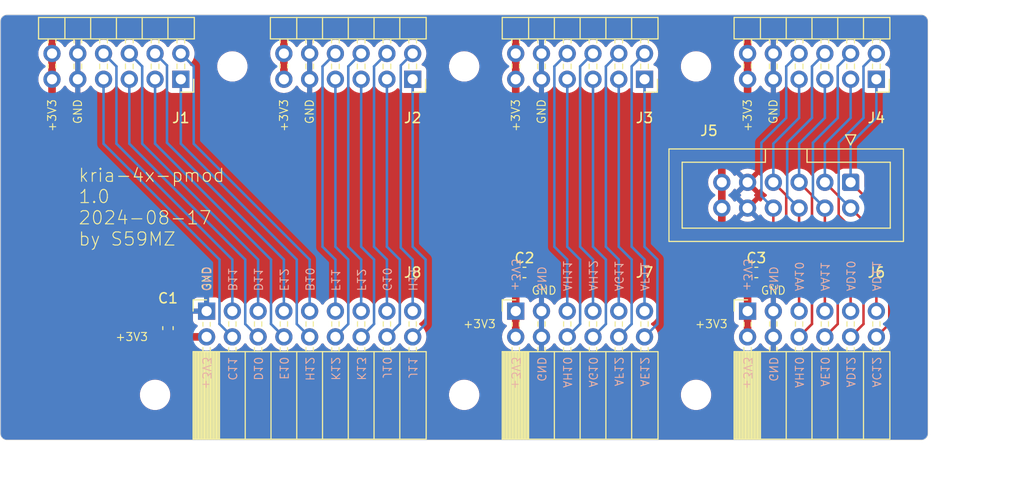
<source format=kicad_pcb>
(kicad_pcb (version 20221018) (generator pcbnew)
  (title_block (title "kria-4x-pmod") (date "2024-08-17") (rev "1.0") (company "S59MZ"))
  (layers (0 "F.Cu" signal) (31 "B.Cu" signal) (34 "B.Paste" user) (35 "F.Paste" user) (36 "B.SilkS" user "B.Silkscreen") (37 "F.SilkS" user "F.Silkscreen") (38 "B.Mask" user) (39 "F.Mask" user) (44 "Edge.Cuts" user))
  (net 0 "")
  (net 1 "+3.3V")
  (net 2 "GND")
  (net 3 "/h12")
  (net 4 "/b10")
  (net 5 "/e10")
  (net 6 "/e12")
  (net 7 "/d10")
  (net 8 "/d11")
  (net 9 "/c11")
  (net 10 "/b11")
  (net 11 "/j11")
  (net 12 "/h11")
  (net 13 "/j10")
  (net 14 "/g10")
  (net 15 "/k13")
  (net 16 "/f12")
  (net 17 "/k12")
  (net 18 "/f11")
  (net 19 "/ae12")
  (net 20 "/af11")
  (net 21 "/af12")
  (net 22 "/ag11")
  (net 23 "/ag10")
  (net 24 "/ah12")
  (net 25 "/ah10")
  (net 26 "/ah11")
  (net 27 "/ac12")
  (net 28 "/ad11")
  (net 29 "/ad12")
  (net 30 "/ad10")
  (net 31 "/ae10")
  (net 32 "/aa11")
  (net 33 "/af10")
  (net 34 "/aa10")
  (footprint "Connector_PinSocket_2.54mm:PinSocket_2x06_P2.54mm_Horizontal" (layer "F.Cu") (at 157.48 73.66 90)
    (fp_text reference "J6" (at 3.81 12.7) (layer "F.SilkS"))
    (fp_text value "pmod 4")
    (pad "1" thru_hole rect (at 0 0 90) (size 1.7 1.7) (drill 1) (layers "*.Cu" "*.Mask") (net 1 "+3.3V"))
    (pad "2" thru_hole oval (at -2.54 0 90) (size 1.7 1.7) (drill 1) (layers "*.Cu" "*.Mask") (net 1 "+3.3V"))
    (pad "3" thru_hole oval (at 0 2.54 90) (size 1.7 1.7) (drill 1) (layers "*.Cu" "*.Mask") (net 2 "GND"))
    (pad "4" thru_hole oval (at -2.54 2.54 90) (size 1.7 1.7) (drill 1) (layers "*.Cu" "*.Mask") (net 2 "GND"))
    (pad "5" thru_hole oval (at 0 5.08 90) (size 1.7 1.7) (drill 1) (layers "*.Cu" "*.Mask") (net 34 "/aa10"))
    (pad "6" thru_hole oval (at -2.54 5.08 90) (size 1.7 1.7) (drill 1) (layers "*.Cu" "*.Mask") (net 33 "/af10"))
    (pad "7" thru_hole oval (at 0 7.62 90) (size 1.7 1.7) (drill 1) (layers "*.Cu" "*.Mask") (net 32 "/aa11"))
    (pad "8" thru_hole oval (at -2.54 7.62 90) (size 1.7 1.7) (drill 1) (layers "*.Cu" "*.Mask") (net 31 "/ae10"))
    (pad "9" thru_hole oval (at 0 10.16 90) (size 1.7 1.7) (drill 1) (layers "*.Cu" "*.Mask") (net 30 "/ad10"))
    (pad "10" thru_hole oval (at -2.54 10.16 90) (size 1.7 1.7) (drill 1) (layers "*.Cu" "*.Mask") (net 29 "/ad12"))
    (pad "11" thru_hole oval (at 0 12.7 90) (size 1.7 1.7) (drill 1) (layers "*.Cu" "*.Mask") (net 28 "/ad11"))
    (pad "12" thru_hole oval (at -2.54 12.7 90) (size 1.7 1.7) (drill 1) (layers "*.Cu" "*.Mask") (net 27 "/ac12"))
  )
  (footprint "Library:PinHeader_2x06_P2.54mm_Horizontal" (layer "F.Cu") (at 170.18 50.8 90)
    (fp_text reference "J4" (at -3.81 0) (layer "F.SilkS"))
    (fp_text value "pmod-4")
    (pad "1" thru_hole rect (at 0 0 90) (size 1.7 1.7) (drill 1) (layers "*.Cu" "*.Mask") (net 27 "/ac12"))
    (pad "2" thru_hole oval (at 2.54 0 90) (size 1.7 1.7) (drill 1) (layers "*.Cu" "*.Mask") (net 28 "/ad11"))
    (pad "3" thru_hole oval (at 0 -2.54 90) (size 1.7 1.7) (drill 1) (layers "*.Cu" "*.Mask") (net 29 "/ad12"))
    (pad "4" thru_hole oval (at 2.54 -2.54 90) (size 1.7 1.7) (drill 1) (layers "*.Cu" "*.Mask") (net 30 "/ad10"))
    (pad "5" thru_hole oval (at 0 -5.08 90) (size 1.7 1.7) (drill 1) (layers "*.Cu" "*.Mask") (net 31 "/ae10"))
    (pad "6" thru_hole oval (at 2.54 -5.08 90) (size 1.7 1.7) (drill 1) (layers "*.Cu" "*.Mask") (net 32 "/aa11"))
    (pad "7" thru_hole oval (at 0 -7.62 90) (size 1.7 1.7) (drill 1) (layers "*.Cu" "*.Mask") (net 33 "/af10"))
    (pad "8" thru_hole oval (at 2.54 -7.62 90) (size 1.7 1.7) (drill 1) (layers "*.Cu" "*.Mask") (net 34 "/aa10"))
    (pad "9" thru_hole oval (at 0 -10.16 90) (size 1.7 1.7) (drill 1) (layers "*.Cu" "*.Mask") (net 2 "GND"))
    (pad "10" thru_hole oval (at 2.54 -10.16 90) (size 1.7 1.7) (drill 1) (layers "*.Cu" "*.Mask") (net 2 "GND"))
    (pad "11" thru_hole oval (at 0 -12.7 90) (size 1.7 1.7) (drill 1) (layers "*.Cu" "*.Mask") (net 1 "+3.3V"))
    (pad "12" thru_hole oval (at 2.54 -12.7 90) (size 1.7 1.7) (drill 1) (layers "*.Cu" "*.Mask") (net 1 "+3.3V"))
  )
  (footprint "MountingHole:MountingHole_2.5mm" (layer "F.Cu") (at 129.54 49.53)
    (fp_text reference "H5" hide)
    (fp_text value "2.5")
    (pad "" np_thru_hole circle (at 0 0) (size 2.5 2.5) (drill 2.5) (layers "*.Cu" "*.Mask"))
  )
  (footprint "Library:PinHeader_2x06_P2.54mm_Horizontal" (layer "F.Cu") (at 124.46 50.8 90)
    (fp_text reference "J2" (at -3.81 0) (layer "F.SilkS"))
    (fp_text value "pmod-2")
    (pad "1" thru_hole rect (at 0 0 90) (size 1.7 1.7) (drill 1) (layers "*.Cu" "*.Mask") (net 11 "/j11"))
    (pad "2" thru_hole oval (at 2.54 0 90) (size 1.7 1.7) (drill 1) (layers "*.Cu" "*.Mask") (net 12 "/h11"))
    (pad "3" thru_hole oval (at 0 -2.54 90) (size 1.7 1.7) (drill 1) (layers "*.Cu" "*.Mask") (net 13 "/j10"))
    (pad "4" thru_hole oval (at 2.54 -2.54 90) (size 1.7 1.7) (drill 1) (layers "*.Cu" "*.Mask") (net 14 "/g10"))
    (pad "5" thru_hole oval (at 0 -5.08 90) (size 1.7 1.7) (drill 1) (layers "*.Cu" "*.Mask") (net 15 "/k13"))
    (pad "6" thru_hole oval (at 2.54 -5.08 90) (size 1.7 1.7) (drill 1) (layers "*.Cu" "*.Mask") (net 16 "/f12"))
    (pad "7" thru_hole oval (at 0 -7.62 90) (size 1.7 1.7) (drill 1) (layers "*.Cu" "*.Mask") (net 17 "/k12"))
    (pad "8" thru_hole oval (at 2.54 -7.62 90) (size 1.7 1.7) (drill 1) (layers "*.Cu" "*.Mask") (net 18 "/f11"))
    (pad "9" thru_hole oval (at 0 -10.16 90) (size 1.7 1.7) (drill 1) (layers "*.Cu" "*.Mask") (net 2 "GND"))
    (pad "10" thru_hole oval (at 2.54 -10.16 90) (size 1.7 1.7) (drill 1) (layers "*.Cu" "*.Mask") (net 2 "GND"))
    (pad "11" thru_hole oval (at 0 -12.7 90) (size 1.7 1.7) (drill 1) (layers "*.Cu" "*.Mask") (net 1 "+3.3V"))
    (pad "12" thru_hole oval (at 2.54 -12.7 90) (size 1.7 1.7) (drill 1) (layers "*.Cu" "*.Mask") (net 1 "+3.3V"))
  )
  (footprint "Connector_PinSocket_2.54mm:PinSocket_2x06_P2.54mm_Horizontal" (layer "F.Cu") (at 134.62 73.66 90)
    (fp_text reference "J7" (at 3.81 12.7) (layer "F.SilkS"))
    (fp_text value "pmod 3")
    (pad "1" thru_hole rect (at 0 0 90) (size 1.7 1.7) (drill 1) (layers "*.Cu" "*.Mask") (net 1 "+3.3V"))
    (pad "2" thru_hole oval (at -2.54 0 90) (size 1.7 1.7) (drill 1) (layers "*.Cu" "*.Mask") (net 1 "+3.3V"))
    (pad "3" thru_hole oval (at 0 2.54 90) (size 1.7 1.7) (drill 1) (layers "*.Cu" "*.Mask") (net 2 "GND"))
    (pad "4" thru_hole oval (at -2.54 2.54 90) (size 1.7 1.7) (drill 1) (layers "*.Cu" "*.Mask") (net 2 "GND"))
    (pad "5" thru_hole oval (at 0 5.08 90) (size 1.7 1.7) (drill 1) (layers "*.Cu" "*.Mask") (net 26 "/ah11"))
    (pad "6" thru_hole oval (at -2.54 5.08 90) (size 1.7 1.7) (drill 1) (layers "*.Cu" "*.Mask") (net 25 "/ah10"))
    (pad "7" thru_hole oval (at 0 7.62 90) (size 1.7 1.7) (drill 1) (layers "*.Cu" "*.Mask") (net 24 "/ah12"))
    (pad "8" thru_hole oval (at -2.54 7.62 90) (size 1.7 1.7) (drill 1) (layers "*.Cu" "*.Mask") (net 23 "/ag10"))
    (pad "9" thru_hole oval (at 0 10.16 90) (size 1.7 1.7) (drill 1) (layers "*.Cu" "*.Mask") (net 22 "/ag11"))
    (pad "10" thru_hole oval (at -2.54 10.16 90) (size 1.7 1.7) (drill 1) (layers "*.Cu" "*.Mask") (net 21 "/af12"))
    (pad "11" thru_hole oval (at 0 12.7 90) (size 1.7 1.7) (drill 1) (layers "*.Cu" "*.Mask") (net 20 "/af11"))
    (pad "12" thru_hole oval (at -2.54 12.7 90) (size 1.7 1.7) (drill 1) (layers "*.Cu" "*.Mask") (net 19 "/ae12"))
  )
  (footprint "Connector_IDC:IDC-Header_2x06_P2.54mm_Vertical" (layer "F.Cu") (at 167.64 60.96 -90)
    (fp_text reference "J5" (at -5.08 13.97) (layer "F.SilkS"))
    (fp_text value "pmod-4 cable")
    (pad "1" thru_hole roundrect (at 0 0 270) (size 1.7 1.7) (drill 1) (layers "*.Cu" "*.Mask") (roundrect_rratio 0.1470588235) (net 27 "/ac12"))
    (pad "2" thru_hole circle (at 2.54 0 270) (size 1.7 1.7) (drill 1) (layers "*.Cu" "*.Mask") (net 28 "/ad11"))
    (pad "3" thru_hole circle (at 0 2.54 270) (size 1.7 1.7) (drill 1) (layers "*.Cu" "*.Mask") (net 29 "/ad12"))
    (pad "4" thru_hole circle (at 2.54 2.54 270) (size 1.7 1.7) (drill 1) (layers "*.Cu" "*.Mask") (net 30 "/ad10"))
    (pad "5" thru_hole circle (at 0 5.08 270) (size 1.7 1.7) (drill 1) (layers "*.Cu" "*.Mask") (net 31 "/ae10"))
    (pad "6" thru_hole circle (at 2.54 5.08 270) (size 1.7 1.7) (drill 1) (layers "*.Cu" "*.Mask") (net 32 "/aa11"))
    (pad "7" thru_hole circle (at 0 7.62 270) (size 1.7 1.7) (drill 1) (layers "*.Cu" "*.Mask") (net 33 "/af10"))
    (pad "8" thru_hole circle (at 2.54 7.62 270) (size 1.7 1.7) (drill 1) (layers "*.Cu" "*.Mask") (net 34 "/aa10"))
    (pad "9" thru_hole circle (at 0 10.16 270) (size 1.7 1.7) (drill 1) (layers "*.Cu" "*.Mask") (net 2 "GND"))
    (pad "10" thru_hole circle (at 2.54 10.16 270) (size 1.7 1.7) (drill 1) (layers "*.Cu" "*.Mask") (net 2 "GND"))
    (pad "11" thru_hole circle (at 0 12.7 270) (size 1.7 1.7) (drill 1) (layers "*.Cu" "*.Mask") (net 1 "+3.3V"))
    (pad "12" thru_hole circle (at 2.54 12.7 270) (size 1.7 1.7) (drill 1) (layers "*.Cu" "*.Mask") (net 1 "+3.3V"))
  )
  (footprint "MountingHole:MountingHole_2.5mm" (layer "F.Cu") (at 99.06 81.915)
    (fp_text reference "H1" hide)
    (fp_text value "2.5")
    (pad "" np_thru_hole circle (at 0 0) (size 2.5 2.5) (drill 2.5) (layers "*.Cu" "*.Mask"))
  )
  (footprint "MountingHole:MountingHole_2.5mm" (layer "F.Cu") (at 106.68 49.53)
    (fp_text reference "H4" hide)
    (fp_text value "2.5")
    (pad "" np_thru_hole circle (at 0 0) (size 2.5 2.5) (drill 2.5) (layers "*.Cu" "*.Mask"))
  )
  (footprint "MountingHole:MountingHole_2.5mm" (layer "F.Cu") (at 152.4 49.53)
    (fp_text reference "H6" hide)
    (fp_text value "2.5")
    (pad "" np_thru_hole circle (at 0 0) (size 2.5 2.5) (drill 2.5) (layers "*.Cu" "*.Mask"))
  )
  (footprint "MountingHole:MountingHole_2.5mm" (layer "F.Cu") (at 129.54 81.915)
    (fp_text reference "H2" hide)
    (fp_text value "2.5")
    (pad "" np_thru_hole circle (at 0 0) (size 2.5 2.5) (drill 2.5) (layers "*.Cu" "*.Mask"))
  )
  (footprint "Library:PinHeader_2x06_P2.54mm_Horizontal" (layer "F.Cu") (at 101.6 50.8 90)
    (fp_text reference "J1" (at -3.81 0) (layer "F.SilkS"))
    (fp_text value "pmod-1")
    (pad "1" thru_hole rect (at 0 0 90) (size 1.7 1.7) (drill 1) (layers "*.Cu" "*.Mask") (net 3 "/h12"))
    (pad "2" thru_hole oval (at 2.54 0 90) (size 1.7 1.7) (drill 1) (layers "*.Cu" "*.Mask") (net 4 "/b10"))
    (pad "3" thru_hole oval (at 0 -2.54 90) (size 1.7 1.7) (drill 1) (layers "*.Cu" "*.Mask") (net 5 "/e10"))
    (pad "4" thru_hole oval (at 2.54 -2.54 90) (size 1.7 1.7) (drill 1) (layers "*.Cu" "*.Mask") (net 6 "/e12"))
    (pad "5" thru_hole oval (at 0 -5.08 90) (size 1.7 1.7) (drill 1) (layers "*.Cu" "*.Mask") (net 7 "/d10"))
    (pad "6" thru_hole oval (at 2.54 -5.08 90) (size 1.7 1.7) (drill 1) (layers "*.Cu" "*.Mask") (net 8 "/d11"))
    (pad "7" thru_hole oval (at 0 -7.62 90) (size 1.7 1.7) (drill 1) (layers "*.Cu" "*.Mask") (net 9 "/c11"))
    (pad "8" thru_hole oval (at 2.54 -7.62 90) (size 1.7 1.7) (drill 1) (layers "*.Cu" "*.Mask") (net 10 "/b11"))
    (pad "9" thru_hole oval (at 0 -10.16 90) (size 1.7 1.7) (drill 1) (layers "*.Cu" "*.Mask") (net 2 "GND"))
    (pad "10" thru_hole oval (at 2.54 -10.16 90) (size 1.7 1.7) (drill 1) (layers "*.Cu" "*.Mask") (net 2 "GND"))
    (pad "11" thru_hole oval (at 0 -12.7 90) (size 1.7 1.7) (drill 1) (layers "*.Cu" "*.Mask") (net 1 "+3.3V"))
    (pad "12" thru_hole oval (at 2.54 -12.7 90) (size 1.7 1.7) (drill 1) (layers "*.Cu" "*.Mask") (net 1 "+3.3V"))
  )
  (footprint "MountingHole:MountingHole_2.5mm" (layer "F.Cu") (at 152.4 81.915)
    (fp_text reference "H3" hide)
    (fp_text value "2.5")
    (pad "" np_thru_hole circle (at 0 0) (size 2.5 2.5) (drill 2.5) (layers "*.Cu" "*.Mask"))
  )
  (footprint "Library:PinHeader_2x06_P2.54mm_Horizontal" (layer "F.Cu") (at 147.32 50.8 90)
    (fp_text reference "J3" (at -3.81 0) (layer "F.SilkS"))
    (fp_text value "pmod-3")
    (pad "1" thru_hole rect (at 0 0 90) (size 1.7 1.7) (drill 1) (layers "*.Cu" "*.Mask") (net 19 "/ae12"))
    (pad "2" thru_hole oval (at 2.54 0 90) (size 1.7 1.7) (drill 1) (layers "*.Cu" "*.Mask") (net 20 "/af11"))
    (pad "3" thru_hole oval (at 0 -2.54 90) (size 1.7 1.7) (drill 1) (layers "*.Cu" "*.Mask") (net 21 "/af12"))
    (pad "4" thru_hole oval (at 2.54 -2.54 90) (size 1.7 1.7) (drill 1) (layers "*.Cu" "*.Mask") (net 22 "/ag11"))
    (pad "5" thru_hole oval (at 0 -5.08 90) (size 1.7 1.7) (drill 1) (layers "*.Cu" "*.Mask") (net 23 "/ag10"))
    (pad "6" thru_hole oval (at 2.54 -5.08 90) (size 1.7 1.7) (drill 1) (layers "*.Cu" "*.Mask") (net 24 "/ah12"))
    (pad "7" thru_hole oval (at 0 -7.62 90) (size 1.7 1.7) (drill 1) (layers "*.Cu" "*.Mask") (net 25 "/ah10"))
    (pad "8" thru_hole oval (at 2.54 -7.62 90) (size 1.7 1.7) (drill 1) (layers "*.Cu" "*.Mask") (net 26 "/ah11"))
    (pad "9" thru_hole oval (at 0 -10.16 90) (size 1.7 1.7) (drill 1) (layers "*.Cu" "*.Mask") (net 2 "GND"))
    (pad "10" thru_hole oval (at 2.54 -10.16 90) (size 1.7 1.7) (drill 1) (layers "*.Cu" "*.Mask") (net 2 "GND"))
    (pad "11" thru_hole oval (at 0 -12.7 90) (size 1.7 1.7) (drill 1) (layers "*.Cu" "*.Mask") (net 1 "+3.3V"))
    (pad "12" thru_hole oval (at 2.54 -12.7 90) (size 1.7 1.7) (drill 1) (layers "*.Cu" "*.Mask") (net 1 "+3.3V"))
  )
  (footprint "Capacitor_SMD:C_0603_1608Metric_Pad1.08x0.95mm_HandSolder" (layer "F.Cu") (at 100.33 75.3375 90)
    (fp_text reference "C1" (at 2.9475 0) (layer "F.SilkS"))
    (fp_text value "100n")
    (pad "1" smd roundrect (at -0.8625 0 90) (size 1.075 0.95) (layers "F.Cu" "F.Paste" "F.Mask") (net 1 "+3.3V"))
    (pad "2" smd roundrect (at 0.8625 0 90) (size 1.075 0.95) (layers "F.Cu" "F.Paste" "F.Mask") (net 2 "GND"))
  )
  (footprint "Capacitor_SMD:C_0603_1608Metric_Pad1.08x0.95mm_HandSolder" (layer "F.Cu") (at 158.3425 69.85)
    (fp_text reference "C3" (at 0 -1.43) (layer "F.SilkS"))
    (fp_text value "100n")
    (pad "1" smd roundrect (at -0.8625 0) (size 1.075 0.95) (layers "F.Cu" "F.Paste" "F.Mask") (net 1 "+3.3V"))
    (pad "2" smd roundrect (at 0.8625 0) (size 1.075 0.95) (layers "F.Cu" "F.Paste" "F.Mask") (net 2 "GND"))
  )
  (footprint "Capacitor_SMD:C_0603_1608Metric_Pad1.08x0.95mm_HandSolder" (layer "F.Cu") (at 135.4825 69.85)
    (fp_text reference "C2" (at 0 -1.43) (layer "F.SilkS"))
    (fp_text value "100n")
    (pad "1" smd roundrect (at -0.8625 0) (size 1.075 0.95) (layers "F.Cu" "F.Paste" "F.Mask") (net 1 "+3.3V"))
    (pad "2" smd roundrect (at 0.8625 0) (size 1.075 0.95) (layers "F.Cu" "F.Paste" "F.Mask") (net 2 "GND"))
  )
  (footprint "Connector_PinSocket_2.54mm:PinSocket_2x09_P2.54mm_Horizontal" (layer "F.Cu") (at 104.14 73.66 90)
    (fp_text reference "J8" (at 3.81 20.32) (layer "F.SilkS"))
    (fp_text value "camera")
    (pad "1" thru_hole rect (at 0 0 90) (size 1.7 1.7) (drill 1) (layers "*.Cu" "*.Mask") (net 2 "GND"))
    (pad "2" thru_hole oval (at -2.54 0 90) (size 1.7 1.7) (drill 1) (layers "*.Cu" "*.Mask") (net 1 "+3.3V"))
    (pad "3" thru_hole oval (at 0 2.54 90) (size 1.7 1.7) (drill 1) (layers "*.Cu" "*.Mask") (net 10 "/b11"))
    (pad "4" thru_hole oval (at -2.54 2.54 90) (size 1.7 1.7) (drill 1) (layers "*.Cu" "*.Mask") (net 9 "/c11"))
    (pad "5" thru_hole oval (at 0 5.08 90) (size 1.7 1.7) (drill 1) (layers "*.Cu" "*.Mask") (net 8 "/d11"))
    (pad "6" thru_hole oval (at -2.54 5.08 90) (size 1.7 1.7) (drill 1) (layers "*.Cu" "*.Mask") (net 7 "/d10"))
    (pad "7" thru_hole oval (at 0 7.62 90) (size 1.7 1.7) (drill 1) (layers "*.Cu" "*.Mask") (net 6 "/e12"))
    (pad "8" thru_hole oval (at -2.54 7.62 90) (size 1.7 1.7) (drill 1) (layers "*.Cu" "*.Mask") (net 5 "/e10"))
    (pad "9" thru_hole oval (at 0 10.16 90) (size 1.7 1.7) (drill 1) (layers "*.Cu" "*.Mask") (net 4 "/b10"))
    (pad "10" thru_hole oval (at -2.54 10.16 90) (size 1.7 1.7) (drill 1) (layers "*.Cu" "*.Mask") (net 3 "/h12"))
    (pad "11" thru_hole oval (at 0 12.7 90) (size 1.7 1.7) (drill 1) (layers "*.Cu" "*.Mask") (net 18 "/f11"))
    (pad "12" thru_hole oval (at -2.54 12.7 90) (size 1.7 1.7) (drill 1) (layers "*.Cu" "*.Mask") (net 17 "/k12"))
    (pad "13" thru_hole oval (at 0 15.24 90) (size 1.7 1.7) (drill 1) (layers "*.Cu" "*.Mask") (net 16 "/f12"))
    (pad "14" thru_hole oval (at -2.54 15.24 90) (size 1.7 1.7) (drill 1) (layers "*.Cu" "*.Mask") (net 15 "/k13"))
    (pad "15" thru_hole oval (at 0 17.78 90) (size 1.7 1.7) (drill 1) (layers "*.Cu" "*.Mask") (net 14 "/g10"))
    (pad "16" thru_hole oval (at -2.54 17.78 90) (size 1.7 1.7) (drill 1) (layers "*.Cu" "*.Mask") (net 13 "/j10"))
    (pad "17" thru_hole oval (at 0 20.32 90) (size 1.7 1.7) (drill 1) (layers "*.Cu" "*.Mask") (net 12 "/h11"))
    (pad "18" thru_hole oval (at -2.54 20.32 90) (size 1.7 1.7) (drill 1) (layers "*.Cu" "*.Mask") (net 11 "/j11"))
  )
  (gr_arc (start 83.82 45.085) (mid 84.005987 44.635987) (end 84.455 44.45) (stroke (width 0.05)) (layer "Edge.Cuts"))
  (gr_line (start 175.26 85.725) (end 175.26 45.085) (stroke (width 0.05)) (layer "Edge.Cuts"))
  (gr_line (start 84.455 86.36) (end 174.625 86.36) (stroke (width 0.05)) (layer "Edge.Cuts"))
  (gr_line (start 174.625 44.45) (end 84.455 44.45) (stroke (width 0.05)) (layer "Edge.Cuts"))
  (gr_arc (start 84.455 86.36) (mid 84.005987 86.174013) (end 83.82 85.725) (stroke (width 0.05)) (layer "Edge.Cuts"))
  (gr_arc (start 175.26 85.725) (mid 175.074013 86.174013) (end 174.625 86.36) (stroke (width 0.05)) (layer "Edge.Cuts"))
  (gr_line (start 83.82 45.085) (end 83.82 85.725) (stroke (width 0.05)) (layer "Edge.Cuts"))
  (gr_arc (start 174.625 44.45) (mid 175.074013 44.635987) (end 175.26 45.085) (stroke (width 0.05)) (layer "Edge.Cuts"))
  (gr_text "AG11" (at 144.78 71.755 270) (layer "B.SilkS") (effects (font (size 0.8 0.8) (thickness 0.1)) (justify left mirror)))
  (gr_text "H11" (at 124.46 71.755 270) (layer "B.SilkS") (effects (font (size 0.8 0.8) (thickness 0.1)) (justify left mirror)))
  (gr_text "B11" (at 106.68 71.755 -90) (layer "B.SilkS") (effects (font (size 0.8 0.8) (thickness 0.1)) (justify left mirror)))
  (gr_text "AD10" (at 167.64 71.755 270) (layer "B.SilkS") (effects (font (size 0.8 0.8) (thickness 0.1)) (justify left mirror)))
  (gr_text "D10" (at 109.22 78.105 270) (layer "B.SilkS") (effects (font (size 0.8 0.8) (thickness 0.1)) (justify right mirror)))
  (gr_text "AF12" (at 144.78 78.105 270) (layer "B.SilkS") (effects (font (size 0.8 0.8) (thickness 0.1)) (justify right mirror)))
  (gr_text "B10" (at 114.3 71.755 270) (layer "B.SilkS") (effects (font (size 0.8 0.8) (thickness 0.1)) (justify left mirror)))
  (gr_text "GND" (at 104.14 71.755 270) (layer "B.SilkS") (effects (font (size 0.8 0.8) (thickness 0.1)) (justify left mirror)))
  (gr_text "D11" (at 109.22 71.755 270) (layer "B.SilkS") (effects (font (size 0.8 0.8) (thickness 0.1)) (justify left mirror)))
  (gr_text "K12" (at 116.84 78.105 270) (layer "B.SilkS") (effects (font (size 0.8 0.8) (thickness 0.1)) (justify right mirror)))
  (gr_text "GND" (at 137.16 78.105 270) (layer "B.SilkS") (effects (font (size 0.8 0.8) (thickness 0.1)) (justify right mirror)))
  (gr_text "AA11" (at 165.1 71.755 270) (layer "B.SilkS") (effects (font (size 0.8 0.8) (thickness 0.1)) (justify left mirror)))
  (gr_text "+3V3" (at 157.48 78.105 270) (layer "B.SilkS") (effects (font (size 0.8 0.8) (thickness 0.1)) (justify right mirror)))
  (gr_text "J11" (at 124.46 78.105 270) (layer "B.SilkS") (effects (font (size 0.8 0.8) (thickness 0.1)) (justify right mirror)))
  (gr_text "E10" (at 111.76 78.105 270) (layer "B.SilkS") (effects (font (size 0.8 0.8) (thickness 0.1)) (justify right mirror)))
  (gr_text "GND" (at 160.02 78.105 270) (layer "B.SilkS") (effects (font (size 0.8 0.8) (thickness 0.1)) (justify right mirror)))
  (gr_text "E12" (at 111.76 71.755 270) (layer "B.SilkS") (effects (font (size 0.8 0.8) (thickness 0.1)) (justify left mirror)))
  (gr_text "AF11" (at 147.32 71.755 270) (layer "B.SilkS") (effects (font (size 0.8 0.8) (thickness 0.1)) (justify left mirror)))
  (gr_text "+3V3" (at 134.62 78.105 270) (layer "B.SilkS") (effects (font (size 0.8 0.8) (thickness 0.1)) (justify right mirror)))
  (gr_text "AH12" (at 142.24 71.755 270) (layer "B.SilkS") (effects (font (size 0.8 0.8) (thickness 0.1)) (justify left mirror)))
  (gr_text "+3V3" (at 104.14 78.105 270) (layer "B.SilkS") (effects (font (size 0.8 0.8) (thickness 0.1)) (justify right mirror)))
  (gr_text "AE10" (at 165.1 78.105 270) (layer "B.SilkS") (effects (font (size 0.8 0.8) (thickness 0.1)) (justify right mirror)))
  (gr_text "AH10" (at 162.56 78.105 270) (layer "B.SilkS") (effects (font (size 0.8 0.8) (thickness 0.1)) (justify right mirror)))
  (gr_text "AH10" (at 139.7 78.105 270) (layer "B.SilkS") (effects (font (size 0.8 0.8) (thickness 0.1)) (justify right mirror)))
  (gr_text "C11" (at 106.68 78.105 270) (layer "B.SilkS") (effects (font (size 0.8 0.8) (thickness 0.1)) (justify right mirror)))
  (gr_text "AG10" (at 142.24 78.105 270) (layer "B.SilkS") (effects (font (size 0.8 0.8) (thickness 0.1)) (justify right mirror)))
  (gr_text "AA10" (at 162.56 71.755 270) (layer "B.SilkS") (effects (font (size 0.8 0.8) (thickness 0.1)) (justify left mirror)))
  (gr_text "J10" (at 121.92 78.105 270) (layer "B.SilkS") (effects (font (size 0.8 0.8) (thickness 0.1)) (justify right mirror)))
  (gr_text "AH11" (at 139.7 71.755 270) (layer "B.SilkS") (effects (font (size 0.8 0.8) (thickness 0.1)) (justify left mirror)))
  (gr_text "H12" (at 114.3 78.105 270) (layer "B.SilkS") (effects (font (size 0.8 0.8) (thickness 0.1)) (justify right mirror)))
  (gr_text "GND" (at 137.16 71.755 270) (layer "B.SilkS") (effects (font (size 0.8 0.8) (thickness 0.1)) (justify left mirror)))
  (gr_text "+3V3" (at 157.48 71.755 270) (layer "B.SilkS") (effects (font (size 0.8 0.8) (thickness 0.1)) (justify left mirror)))
  (gr_text "AE12" (at 147.32 78.105 270) (layer "B.SilkS") (effects (font (size 0.8 0.8) (thickness 0.1)) (justify right mirror)))
  (gr_text "F12" (at 119.38 71.755 270) (layer "B.SilkS") (effects (font (size 0.8 0.8) (thickness 0.1)) (justify left mirror)))
  (gr_text "K13" (at 119.38 78.105 270) (layer "B.SilkS") (effects (font (size 0.8 0.8) (thickness 0.1)) (justify right mirror)))
  (gr_text "AC12" (at 170.18 78.105 270) (layer "B.SilkS") (effects (font (size 0.8 0.8) (thickness 0.1)) (justify right mirror)))
  (gr_text "AD12" (at 167.64 78.105 270) (layer "B.SilkS") (effects (font (size 0.8 0.8) (thickness 0.1)) (justify right mirror)))
  (gr_text "GND" (at 160.02 71.755 270) (layer "B.SilkS") (effects (font (size 0.8 0.8) (thickness 0.1)) (justify left mirror)))
  (gr_text "F11" (at 116.84 71.755 270) (layer "B.SilkS") (effects (font (size 0.8 0.8) (thickness 0.1)) (justify left mirror)))
  (gr_text "+3V3" (at 134.62 71.755 270) (layer "B.SilkS") (effects (font (size 0.8 0.8) (thickness 0.1)) (justify left mirror)))
  (gr_text "AD11" (at 170.18 71.755 270) (layer "B.SilkS") (effects (font (size 0.8 0.8) (thickness 0.1)) (justify left mirror)))
  (gr_text "G10" (at 121.92 71.755 270) (layer "B.SilkS") (effects (font (size 0.8 0.8) (thickness 0.1)) (justify left mirror)))
  (gr_text "GND" (at 160.02 71.628) (layer "F.SilkS") (effects (font (size 0.8 0.8) (thickness 0.1))))
  (gr_text "GND" (at 160.02 52.705 90) (layer "F.SilkS") (effects (font (size 0.8 0.8) (thickness 0.1)) (justify right)))
  (gr_text "+3V3" (at 157.48 52.705 90) (layer "F.SilkS") (effects (font (size 0.8 0.8) (thickness 0.1)) (justify right)))
  (gr_text "GND" (at 91.44 52.705 90) (layer "F.SilkS") (effects (font (size 0.8 0.8) (thickness 0.1)) (justify right)))
  (gr_text "+3V3" (at 132.715 74.93) (layer "F.SilkS") (effects (font (size 0.8 0.8) (thickness 0.1)) (justify right)))
  (gr_text "GND" (at 104.14 71.755 -270) (layer "F.SilkS") (effects (font (size 0.8 0.8) (thickness 0.1)) (justify left)))
  (gr_text "+3V3" (at 98.425 76.2) (layer "F.SilkS") (effects (font (size 0.8 0.8) (thickness 0.1)) (justify right)))
  (gr_text "+3V3" (at 88.9 52.705 90) (layer "F.SilkS") (effects (font (size 0.8 0.8) (thickness 0.1)) (justify right)))
  (gr_text "GND" (at 137.16 52.705 90) (layer "F.SilkS") (effects (font (size 0.8 0.8) (thickness 0.1)) (justify right)))
  (gr_text "+3V3" (at 134.62 52.705 90) (layer "F.SilkS") (effects (font (size 0.8 0.8) (thickness 0.1)) (justify right)))
  (gr_text "GND" (at 137.414 71.628) (layer "F.SilkS") (effects (font (size 0.8 0.8) (thickness 0.1))))
  (gr_text "kria-4x-pmod\n1.0\n2024-08-17\nby S59MZ" (at 91.44 67.31) (layer "F.SilkS") (effects (font (size 1.3 1.3) (thickness 0.1)) (justify left bottom)))
  (gr_text "+3V3" (at 155.575 74.93) (layer "F.SilkS") (effects (font (size 0.8 0.8) (thickness 0.1)) (justify right)))
  (gr_text "GND" (at 114.3 52.705 90) (layer "F.SilkS") (effects (font (size 0.8 0.8) (thickness 0.1)) (justify right)))
  (gr_text "+3V3" (at 111.76 52.705 90) (layer "F.SilkS") (effects (font (size 0.8 0.8) (thickness 0.1)) (justify right)))
  (segment (start 157.48 53.975) (end 154.94 56.515) (width 0.75) (layer "F.Cu") (net 1))
  (segment (start 88.9 67.945) (end 88.9 50.8) (width 0.75) (layer "F.Cu") (net 1))
  (segment (start 100.33 76.2) (end 97.155 76.2) (width 0.75) (layer "F.Cu") (net 1))
  (segment (start 157.48 50.8) (end 157.48 53.975) (width 0.75) (layer "F.Cu") (net 1))
  (segment (start 111.76 48.26) (end 111.76 50.8) (width 0.75) (layer "F.Cu") (net 1))
  (segment (start 97.155 76.2) (end 88.9 67.945) (width 0.75) (layer "F.Cu") (net 1))
  (segment (start 157.48 69.85) (end 157.48 73.66) (width 0.75) (layer "F.Cu") (net 1))
  (segment (start 154.94 66.04) (end 154.94 63.5) (width 0.75) (layer "F.Cu") (net 1))
  (segment (start 88.9 48.26) (end 88.9 46.99) (width 0.75) (layer "F.Cu") (net 1))
  (segment (start 134.62 45.72) (end 156.845 45.72) (width 0.75) (layer "F.Cu") (net 1))
  (segment (start 134.62 48.26) (end 134.62 50.8) (width 0.75) (layer "F.Cu") (net 1))
  (segment (start 156.845 45.72) (end 157.48 46.355) (width 0.75) (layer "F.Cu") (net 1))
  (segment (start 88.9 50.8) (end 88.9 48.26) (width 0.75) (layer "F.Cu") (net 1))
  (segment (start 157.48 69.85) (end 157.48 68.58) (width 0.75) (layer "F.Cu") (net 1))
  (segment (start 157.48 76.2) (end 157.48 73.66) (width 0.75) (layer "F.Cu") (net 1))
  (segment (start 134.62 50.8) (end 134.62 69.85) (width 0.75) (layer "F.Cu") (net 1))
  (segment (start 157.48 48.26) (end 157.48 50.8) (width 0.75) (layer "F.Cu") (net 1))
  (segment (start 90.17 45.72) (end 111.76 45.72) (width 0.75) (layer "F.Cu") (net 1))
  (segment (start 154.94 63.5) (end 154.94 60.96) (width 0.75) (layer "F.Cu") (net 1))
  (segment (start 157.48 68.58) (end 154.94 66.04) (width 0.75) (layer "F.Cu") (net 1))
  (segment (start 134.62 76.2) (end 134.62 73.66) (width 0.75) (layer "F.Cu") (net 1))
  (segment (start 134.62 48.26) (end 134.62 45.72) (width 0.75) (layer "F.Cu") (net 1))
  (segment (start 134.62 73.66) (end 134.62 69.85) (width 0.75) (layer "F.Cu") (net 1))
  (segment (start 157.48 46.355) (end 157.48 48.26) (width 0.75) (layer "F.Cu") (net 1))
  (segment (start 154.94 56.515) (end 154.94 60.96) (width 0.75) (layer "F.Cu") (net 1))
  (segment (start 104.14 76.2) (end 100.33 76.2) (width 0.75) (layer "F.Cu") (net 1))
  (segment (start 111.76 45.72) (end 134.62 45.72) (width 0.75) (layer "F.Cu") (net 1))
  (segment (start 88.9 46.99) (end 90.17 45.72) (width 0.75) (layer "F.Cu") (net 1))
  (segment (start 111.76 48.26) (end 111.76 45.72) (width 0.75) (layer "F.Cu") (net 1))
  (segment (start 113.03 68.58) (end 101.6 57.15) (width 0.25) (layer "B.Cu") (net 3))
  (segment (start 114.3 76.2) (end 113.03 74.93) (width 0.25) (layer "B.Cu") (net 3))
  (segment (start 101.6 57.15) (end 101.6 50.8) (width 0.25) (layer "B.Cu") (net 3))
  (segment (start 113.03 74.93) (end 113.03 68.58) (width 0.25) (layer "B.Cu") (net 3))
  (segment (start 102.87 49.53) (end 102.87 57.15) (width 0.25) (layer "B.Cu") (net 4))
  (segment (start 102.87 57.15) (end 114.3 68.58) (width 0.25) (layer "B.Cu") (net 4))
  (segment (start 101.6 48.26) (end 102.87 49.53) (width 0.25) (layer "B.Cu") (net 4))
  (segment (start 114.3 68.58) (end 114.3 73.66) (width 0.25) (layer "B.Cu") (net 4))
  (segment (start 110.49 68.58) (end 99.06 57.15) (width 0.25) (layer "B.Cu") (net 5))
  (segment (start 99.06 57.15) (end 99.06 50.8) (width 0.25) (layer "B.Cu") (net 5))
  (segment (start 111.76 76.2) (end 110.49 74.93) (width 0.25) (layer "B.Cu") (net 5))
  (segment (start 110.49 74.93) (end 110.49 68.58) (width 0.25) (layer "B.Cu") (net 5))
  (segment (start 100.235 57.055) (end 100.235 49.435) (width 0.25) (layer "B.Cu") (net 6))
  (segment (start 111.76 68.58) (end 100.235 57.055) (width 0.25) (layer "B.Cu") (net 6))
  (segment (start 111.76 73.66) (end 111.76 68.58) (width 0.25) (layer "B.Cu") (net 6))
  (segment (start 100.235 49.435) (end 99.06 48.26) (width 0.25) (layer "B.Cu") (net 6))
  (segment (start 109.22 76.2) (end 107.95 74.93) (width 0.25) (layer "B.Cu") (net 7))
  (segment (start 107.95 74.93) (end 107.95 68.58) (width 0.25) (layer "B.Cu") (net 7))
  (segment (start 107.95 68.58) (end 96.52 57.15) (width 0.25) (layer "B.Cu") (net 7))
  (segment (start 96.52 57.15) (end 96.52 50.8) (width 0.25) (layer "B.Cu") (net 7))
  (segment (start 96.52 48.26) (end 97.79 49.53) (width 0.25) (layer "B.Cu") (net 8))
  (segment (start 97.79 57.15) (end 109.22 68.58) (width 0.25) (layer "B.Cu") (net 8))
  (segment (start 97.79 49.53) (end 97.79 57.15) (width 0.25) (layer "B.Cu") (net 8))
  (segment (start 109.22 68.58) (end 109.22 73.66) (width 0.25) (layer "B.Cu") (net 8))
  (segment (start 105.41 74.93) (end 105.41 68.58) (width 0.25) (layer "B.Cu") (net 9))
  (segment (start 105.41 68.58) (end 93.98 57.15) (width 0.25) (layer "B.Cu") (net 9))
  (segment (start 106.68 76.2) (end 105.41 74.93) (width 0.25) (layer "B.Cu") (net 9))
  (segment (start 93.98 57.15) (end 93.98 50.8) (width 0.25) (layer "B.Cu") (net 9))
  (segment (start 106.68 68.58) (end 106.68 73.66) (width 0.25) (layer "B.Cu") (net 10))
  (segment (start 93.98 48.26) (end 95.25 49.53) (width 0.25) (layer "B.Cu") (net 10))
  (segment (start 95.25 57.15) (end 106.68 68.58) (width 0.25) (layer "B.Cu") (net 10))
  (segment (start 95.25 49.53) (end 95.25 57.15) (width 0.25) (layer "B.Cu") (net 10))
  (segment (start 125.73 68.58) (end 125.73 74.93) (width 0.25) (layer "B.Cu") (net 11))
  (segment (start 124.46 50.8) (end 124.46 67.31) (width 0.25) (layer "B.Cu") (net 11))
  (segment (start 125.73 74.93) (end 124.46 76.2) (width 0.25) (layer "B.Cu") (net 11))
  (segment (start 124.46 67.31) (end 125.73 68.58) (width 0.25) (layer "B.Cu") (net 11))
  (segment (start 124.46 73.66) (end 124.46 68.58) (width 0.25) (layer "B.Cu") (net 12))
  (segment (start 123.285 67.405) (end 123.285 49.435) (width 0.25) (layer "B.Cu") (net 12))
  (segment (start 124.46 68.58) (end 123.285 67.405) (width 0.25) (layer "B.Cu") (net 12))
  (segment (start 123.285 49.435) (end 124.46 48.26) (width 0.25) (layer "B.Cu") (net 12))
  (segment (start 123.19 74.93) (end 123.19 68.58) (width 0.25) (layer "B.Cu") (net 13))
  (segment (start 121.92 76.2) (end 123.19 74.93) (width 0.25) (layer "B.Cu") (net 13))
  (segment (start 121.92 67.31) (end 121.92 50.8) (width 0.25) (layer "B.Cu") (net 13))
  (segment (start 123.19 68.58) (end 121.92 67.31) (width 0.25) (layer "B.Cu") (net 13))
  (segment (start 121.92 48.26) (end 120.65 49.53) (width 0.25) (layer "B.Cu") (net 14))
  (segment (start 121.92 68.58) (end 121.92 73.66) (width 0.25) (layer "B.Cu") (net 14))
  (segment (start 120.65 67.31) (end 121.92 68.58) (width 0.25) (layer "B.Cu") (net 14))
  (segment (start 120.65 49.53) (end 120.65 67.31) (width 0.25) (layer "B.Cu") (net 14))
  (segment (start 120.65 74.93) (end 120.65 68.58) (width 0.25) (layer "B.Cu") (net 15))
  (segment (start 120.65 68.58) (end 119.38 67.31) (width 0.25) (layer "B.Cu") (net 15))
  (segment (start 119.38 76.2) (end 120.65 74.93) (width 0.25) (layer "B.Cu") (net 15))
  (segment (start 119.38 67.31) (end 119.38 50.8) (width 0.25) (layer "B.Cu") (net 15))
  (segment (start 119.38 48.26) (end 118.11 49.53) (width 0.25) (layer "B.Cu") (net 16))
  (segment (start 118.11 67.31) (end 119.38 68.58) (width 0.25) (layer "B.Cu") (net 16))
  (segment (start 119.38 68.58) (end 119.38 73.66) (width 0.25) (layer "B.Cu") (net 16))
  (segment (start 118.11 49.53) (end 118.11 67.31) (width 0.25) (layer "B.Cu") (net 16))
  (segment (start 116.84 76.2) (end 118.11 74.93) (width 0.25) (layer "B.Cu") (net 17))
  (segment (start 118.11 74.93) (end 118.11 68.58) (width 0.25) (layer "B.Cu") (net 17))
  (segment (start 116.84 67.31) (end 116.84 50.8) (width 0.25) (layer "B.Cu") (net 17))
  (segment (start 118.11 68.58) (end 116.84 67.31) (width 0.25) (layer "B.Cu") (net 17))
  (segment (start 116.84 68.58) (end 116.84 73.66) (width 0.25) (layer "B.Cu") (net 18))
  (segment (start 116.84 48.26) (end 115.57 49.53) (width 0.25) (layer "B.Cu") (net 18))
  (segment (start 115.57 67.31) (end 116.84 68.58) (width 0.25) (layer "B.Cu") (net 18))
  (segment (start 115.57 49.53) (end 115.57 67.31) (width 0.25) (layer "B.Cu") (net 18))
  (segment (start 147.32 50.8) (end 147.32 67.31) (width 0.25) (layer "B.Cu") (net 19))
  (segment (start 148.59 74.93) (end 147.32 76.2) (width 0.25) (layer "B.Cu") (net 19))
  (segment (start 147.32 67.31) (end 148.59 68.58) (width 0.25) (layer "B.Cu") (net 19))
  (segment (start 148.59 68.58) (end 148.59 74.93) (width 0.25) (layer "B.Cu") (net 19))
  (segment (start 147.32 68.58) (end 147.32 73.66) (width 0.25) (layer "B.Cu") (net 20))
  (segment (start 147.32 48.26) (end 146.05 49.53) (width 0.25) (layer "B.Cu") (net 20))
  (segment (start 146.05 49.53) (end 146.05 67.31) (width 0.25) (layer "B.Cu") (net 20))
  (segment (start 146.05 67.31) (end 147.32 68.58) (width 0.25) (layer "B.Cu") (net 20))
  (segment (start 146.05 74.93) (end 146.05 68.58) (width 0.25) (layer "B.Cu") (net 21))
  (segment (start 144.78 76.2) (end 146.05 74.93) (width 0.25) (layer "B.Cu") (net 21))
  (segment (start 146.05 68.58) (end 144.78 67.31) (width 0.25) (layer "B.Cu") (net 21))
  (segment (start 144.78 67.31) (end 144.78 50.8) (width 0.25) (layer "B.Cu") (net 21))
  (segment (start 143.51 49.53) (end 143.51 67.31) (width 0.25) (layer "B.Cu") (net 22))
  (segment (start 143.51 67.31) (end 144.78 68.58) (width 0.25) (layer "B.Cu") (net 22))
  (segment (start 144.78 48.26) (end 143.51 49.53) (width 0.25) (layer "B.Cu") (net 22))
  (segment (start 144.78 68.58) (end 144.78 73.66) (width 0.25) (layer "B.Cu") (net 22))
  (segment (start 142.24 67.31) (end 142.24 50.8) (width 0.25) (layer "B.Cu") (net 23))
  (segment (start 142.24 76.2) (end 143.51 74.93) (width 0.25) (layer "B.Cu") (net 23))
  (segment (start 143.51 68.58) (end 142.24 67.31) (width 0.25) (layer "B.Cu") (net 23))
  (segment (start 143.51 74.93) (end 143.51 68.58) (width 0.25) (layer "B.Cu") (net 23))
  (segment (start 140.97 49.53) (end 140.97 67.31) (width 0.25) (layer "B.Cu") (net 24))
  (segment (start 142.24 48.26) (end 140.97 49.53) (width 0.25) (layer "B.Cu") (net 24))
  (segment (start 140.97 67.31) (end 142.24 68.58) (width 0.25) (layer "B.Cu") (net 24))
  (segment (start 142.24 68.58) (end 142.24 73.66) (width 0.25) (layer "B.Cu") (net 24))
  (segment (start 140.97 68.58) (end 139.7 67.31) (width 0.25) (layer "B.Cu") (net 25))
  (segment (start 139.7 76.2) (end 140.97 74.93) (width 0.25) (layer "B.Cu") (net 25))
  (segment (start 139.7 67.31) (end 139.7 50.8) (width 0.25) (layer "B.Cu") (net 25))
  (segment (start 140.97 74.93) (end 140.97 68.58) (width 0.25) (layer "B.Cu") (net 25))
  (segment (start 138.43 67.31) (end 139.7 68.58) (width 0.25) (layer "B.Cu") (net 26))
  (segment (start 139.7 48.26) (end 138.43 49.53) (width 0.25) (layer "B.Cu") (net 26))
  (segment (start 138.43 49.53) (end 138.43 67.31) (width 0.25) (layer "B.Cu") (net 26))
  (segment (start 139.7 68.58) (end 139.7 73.66) (width 0.25) (layer "B.Cu") (net 26))
  (segment (start 171.45 74.93) (end 171.45 64.77) (width 0.25) (layer "F.Cu") (net 27))
  (segment (start 170.18 76.2) (end 171.45 74.93) (width 0.25) (layer "F.Cu") (net 27))
  (segment (start 171.45 64.77) (end 167.64 60.96) (width 0.25) (layer "F.Cu") (net 27))
  (segment (start 170.18 50.8) (end 170.18 54.61) (width 0.25) (layer "B.Cu") (net 27))
  (segment (start 170.18 54.61) (end 167.64 57.15) (width 0.25) (layer "B.Cu") (net 27))
  (segment (start 167.64 57.15) (end 167.64 60.96) (width 0.25) (layer "B.Cu") (net 27))
  (segment (start 170.18 73.66) (end 170.18 66.04) (width 0.25) (layer "F.Cu") (net 28))
  (segment (start 170.18 66.04) (end 167.64 63.5) (width 0.25) (layer "F.Cu") (net 28))
  (segment (start 168.91 54.61) (end 166.465 57.055) (width 0.25) (layer "B.Cu") (net 28))
  (segment (start 166.465 62.325) (end 167.64 63.5) (width 0.25) (layer "B.Cu") (net 28))
  (segment (start 166.465 57.055) (end 166.465 62.325) (width 0.25) (layer "B.Cu") (net 28))
  (segment (start 168.91 49.53) (end 168.91 54.61) (width 0.25) (layer "B.Cu") (net 28))
  (segment (start 170.18 48.26) (end 168.91 49.53) (width 0.25) (layer "B.Cu") (net 28))
  (segment (start 165.1 60.96) (end 166.465 62.325) (width 0.25) (layer "F.Cu") (net 29))
  (segment (start 168.91 74.93) (end 167.64 76.2) (width 0.25) (layer "F.Cu") (net 29))
  (segment (start 166.465 62.325) (end 166.465 64.23) (width 0.25) (layer "F.Cu") (net 29))
  (segment (start 168.91 66.675) (end 168.91 74.93) (width 0.25) (layer "F.Cu") (net 29))
  (segment (start 166.465 64.23) (end 168.91 66.675) (width 0.25) (layer "F.Cu") (net 29))
  (segment (start 167.64 54.61) (end 165.1 57.15) (width 0.25) (layer "B.Cu") (net 29))
  (segment (start 165.1 57.15) (end 165.1 60.96) (width 0.25) (layer "B.Cu") (net 29))
  (segment (start 167.64 50.8) (end 167.64 54.61) (width 0.25) (layer "B.Cu") (net 29))
  (segment (start 167.64 73.66) (end 167.64 67.6275) (width 0.25) (layer "F.Cu") (net 30))
  (segment (start 167.64 67.6275) (end 165.1 65.0875) (width 0.25) (layer "F.Cu") (net 30))
  (segment (start 165.1 65.0875) (end 165.1 63.5) (width 0.25) (layer "F.Cu") (net 30))
  (segment (start 166.37 54.61) (end 163.925 57.055) (width 0.25) (layer "B.Cu") (net 30))
  (segment (start 167.64 48.26) (end 166.37 49.53) (width 0.25) (layer "B.Cu") (net 30))
  (segment (start 163.925 62.325) (end 165.1 63.5) (width 0.25) (layer "B.Cu") (net 30))
  (segment (start 163.925 57.055) (end 163.925 62.325) (width 0.25) (layer "B.Cu") (net 30))
  (segment (start 166.37 49.53) (end 166.37 54.61) (width 0.25) (layer "B.Cu") (net 30))
  (segment (start 162.56 60.96) (end 163.83 62.23) (width 0.25) (layer "F.Cu") (net 31))
  (segment (start 163.83 65.405) (end 166.37 67.945) (width 0.25) (layer "F.Cu") (net 31))
  (segment (start 163.83 62.23) (end 163.83 65.405) (width 0.25) (layer "F.Cu") (net 31))
  (segment (start 166.37 74.93) (end 165.1 76.2) (width 0.25) (layer "F.Cu") (net 31))
  (segment (start 166.37 67.945) (end 166.37 74.93) (width 0.25) (layer "F.Cu") (net 31))
  (segment (start 165.1 50.8) (end 165.1 54.61) (width 0.25) (layer "B.Cu") (net 31))
  (segment (start 162.56 57.15) (end 162.56 60.96) (width 0.25) (layer "B.Cu") (net 31))
  (segment (start 165.1 54.61) (end 162.56 57.15) (width 0.25) (layer "B.Cu") (net 31))
  (segment (start 162.56 66.04) (end 165.1 68.58) (width 0.25) (layer "F.Cu") (net 32))
  (segment (start 165.1 68.58) (end 165.1 73.66) (width 0.25) (layer "F.Cu") (net 32))
  (segment (start 162.56 63.5) (end 162.56 66.04) (width 0.25) (layer "F.Cu") (net 32))
  (segment (start 163.83 49.53) (end 163.83 54.61) (width 0.25) (layer "B.Cu") (net 32))
  (segment (start 161.385 62.325) (end 162.56 63.5) (width 0.25) (layer "B.Cu") (net 32))
  (segment (start 163.83 54.61) (end 161.385 57.055) (width 0.25) (layer "B.Cu") (net 32))
  (segment (start 161.385 57.055) (end 161.385 62.325) (width 0.25) (layer "B.Cu") (net 32))
  (segment (start 165.1 48.26) (end 163.83 49.53) (width 0.25) (layer "B.Cu") (net 32))
  (segment (start 163.83 74.93) (end 162.56 76.2) (width 0.25) (layer "F.Cu") (net 33))
  (segment (start 160.02 60.96) (end 161.29 62.23) (width 0.25) (layer "F.Cu") (net 33))
  (segment (start 161.29 66.675) (end 163.83 69.215) (width 0.25) (layer "F.Cu") (net 33))
  (segment (start 163.83 69.215) (end 163.83 74.93) (width 0.25) (layer "F.Cu") (net 33))
  (segment (start 161.29 62.23) (end 161.29 66.675) (width 0.25) (layer "F.Cu") (net 33))
  (segment (start 162.56 50.8) (end 162.56 54.61) (width 0.25) (layer "B.Cu") (net 33))
  (segment (start 162.56 54.61) (end 160.02 57.15) (width 0.25) (layer "B.Cu") (net 33))
  (segment (start 160.02 57.15) (end 160.02 60.96) (width 0.25) (layer "B.Cu") (net 33))
  (segment (start 160.02 67.31) (end 162.56 69.85) (width 0.25) (layer "F.Cu") (net 34))
  (segment (start 160.02 63.5) (end 160.02 67.31) (width 0.25) (layer "F.Cu") (net 34))
  (segment (start 162.56 69.85) (end 162.56 73.66) (width 0.25) (layer "F.Cu") (net 34))
  (segment (start 158.845 57.055) (end 158.845 62.325) (width 0.25) (layer "B.Cu") (net 34))
  (segment (start 161.29 49.53) (end 161.29 54.61) (width 0.25) (layer "B.Cu") (net 34))
  (segment (start 161.29 54.61) (end 158.845 57.055) (width 0.25) (layer "B.Cu") (net 34))
  (segment (start 162.56 48.26) (end 161.29 49.53) (width 0.25) (layer "B.Cu") (net 34))
  (segment (start 158.845 62.325) (end 160.02 63.5) (width 0.25) (layer "B.Cu") (net 34))
  (zone (net 2) (net_name "GND") (layers "F&B.Cu") (connect_pads (clearance 0.5)) (min_thickness 0.25) (fill yes (thermal_gap 0.5) (thermal_bridge_width 0.5))
    (polygon (pts (xy 175.26 44.45) (xy 175.26 86.36) (xy 83.82 86.36) (xy 83.82 44.45)))
  )
)
</source>
